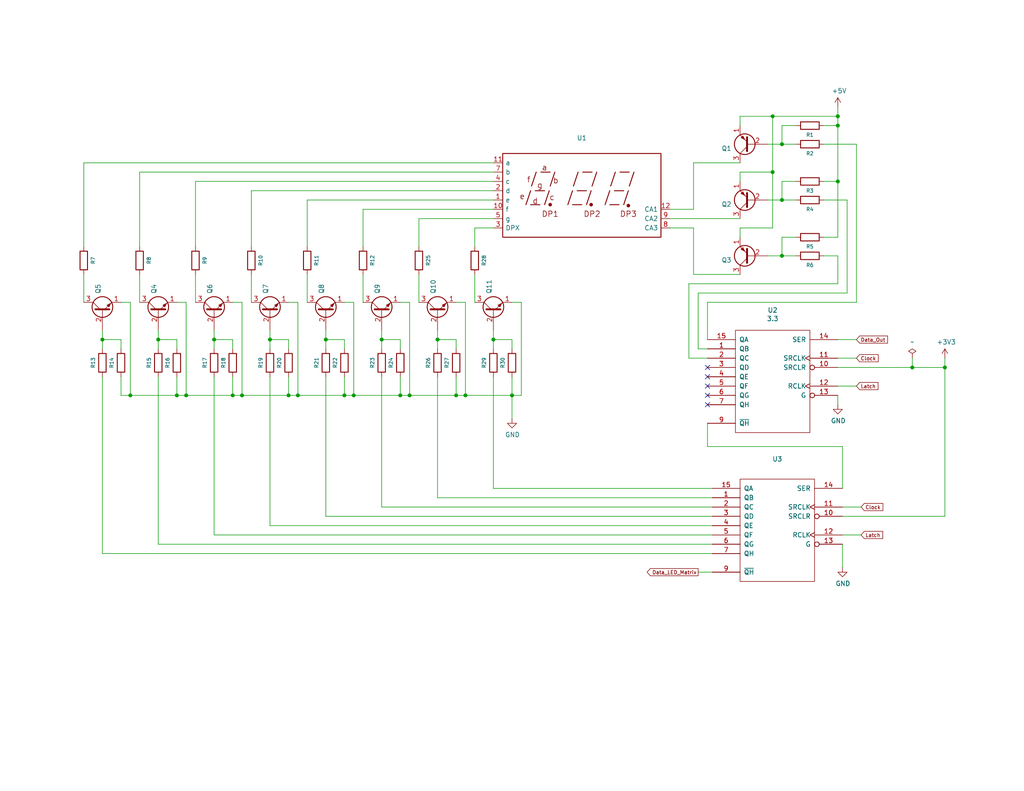
<source format=kicad_sch>
(kicad_sch (version 20211123) (generator eeschema)
  (paper "USLetter")
  (title_block (title "Drum Machine") (date "2018-06-15") (rev "V00") (company "Prototype Engineering Studio LLC"))
  (lib_symbols
    (symbol "Drum_Machine_V00-rescue:2N2219-transistors" (pin_names (offset 0) hide)
      (property "Reference" "Q" (at 5.08 1.905 0))
      (property "Value" "2N2219-transistors" (at 5.08 0 0))
      (symbol "2N2219-transistors_0_1"
        (polyline (pts (xy 0.635 0.635) (xy 2.54 2.54)))
        (polyline (pts (xy 0.635 -0.635) (xy 2.54 -2.54) (xy 2.54 -2.54)))
        (polyline (pts (xy 0.635 1.905) (xy 0.635 -1.905) (xy 0.635 -1.905)) (stroke (width 0.508)))
        (polyline (pts (xy 1.27 -1.778) (xy 1.778 -1.27) (xy 2.286 -2.286) (xy 1.27 -1.778) (xy 1.27 -1.778)) (fill (type outline)))
        (circle (center 1.27 0) (radius 2.8194) (stroke (width 0.254)))
      )
      (symbol "2N2219-transistors_1_1"
        (pin passive line (at 2.54 -5.08 90) (length 2.54) (name "E") (number "1"))
        (pin passive line (at -5.08 0 0) (length 5.715) (name "B") (number "2"))
        (pin passive line (at 2.54 5.08 270) (length 2.54) (name "C") (number "3"))
      )
    )
    (symbol "Drum_Machine_V00-rescue:2N3906-transistors" (pin_names (offset 0) hide)
      (property "Reference" "Q" (at 5.08 1.905 0))
      (property "Value" "2N3906-transistors" (at 5.08 0 0))
      (symbol "2N3906-transistors_0_1"
        (polyline (pts (xy 0.635 0.635) (xy 2.54 2.54)))
        (polyline (pts (xy 0.635 -0.635) (xy 2.54 -2.54) (xy 2.54 -2.54)))
        (polyline (pts (xy 0.635 1.905) (xy 0.635 -1.905) (xy 0.635 -1.905)) (stroke (width 0.508)))
        (polyline (pts (xy 2.286 -1.778) (xy 1.778 -2.286) (xy 1.27 -1.27) (xy 2.286 -1.778) (xy 2.286 -1.778)) (fill (type outline)))
        (circle (center 1.27 0) (radius 2.8194) (stroke (width 0.254)))
      )
      (symbol "2N3906-transistors_1_1"
        (pin passive line (at 2.54 -5.08 90) (length 2.54) (name "E") (number "1"))
        (pin input line (at -5.08 0 0) (length 5.715) (name "B") (number "2"))
        (pin passive line (at 2.54 5.08 270) (length 2.54) (name "C") (number "3"))
      )
    )
    (symbol "Drum_Machine_V00-rescue:74HC595-74xx" (pin_names (offset 1.016))
      (property "Reference" "U" (at 3.81 15.24 0))
      (property "Value" "74HC595-74xx" (at 0 -15.24 0))
      (symbol "74HC595-74xx_0_1"
        (rectangle (start -10.16 -13.97) (end 10.16 13.97))
      )
      (symbol "74HC595-74xx_1_1"
        (pin tri_state line (at 17.78 8.89 180) (length 7.62) (name "QB") (number "1"))
        (pin input inverted (at -17.78 3.81 0) (length 7.62) (name "SRCLR") (number "10"))
        (pin input clock (at -17.78 6.35 0) (length 7.62) (name "SRCLK") (number "11"))
        (pin input clock (at -17.78 -1.27 0) (length 7.62) (name "RCLK") (number "12"))
        (pin input inverted (at -17.78 -3.81 0) (length 7.62) (name "G") (number "13"))
        (pin input line (at -17.78 11.43 0) (length 7.62) (name "SER") (number "14"))
        (pin tri_state line (at 17.78 11.43 180) (length 7.62) (name "QA") (number "15"))
        (pin power_in line (at -7.62 13.97 270) (length 0) hide (name "VCC") (number "16"))
        (pin tri_state line (at 17.78 6.35 180) (length 7.62) (name "QC") (number "2"))
        (pin tri_state line (at 17.78 3.81 180) (length 7.62) (name "QD") (number "3"))
        (pin tri_state line (at 17.78 1.27 180) (length 7.62) (name "QE") (number "4"))
        (pin tri_state line (at 17.78 -1.27 180) (length 7.62) (name "QF") (number "5"))
        (pin tri_state line (at 17.78 -3.81 180) (length 7.62) (name "QG") (number "6"))
        (pin tri_state line (at 17.78 -6.35 180) (length 7.62) (name "QH") (number "7"))
        (pin power_in line (at -7.62 -13.97 90) (length 0) hide (name "GND") (number "8"))
        (pin output line (at 17.78 -11.43 180) (length 7.62) (name "~{QH}") (number "9"))
      )
    )
    (symbol "Drum_Machine_V00-rescue:R-device" (pin_numbers hide) (pin_names (offset 0))
      (property "Reference" "R" (at 2.032 0 90))
      (property "Value" "R-device" (at 0 0 90))
      (symbol "R-device_0_1"
        (rectangle (start -1.016 -2.54) (end 1.016 2.54) (stroke (width 0.254)))
      )
      (symbol "R-device_1_1"
        (pin passive line (at 0 3.81 270) (length 1.27) (name "~") (number "1"))
        (pin passive line (at 0 -3.81 90) (length 1.27) (name "~") (number "2"))
      )
    )
    (symbol "Drum_Machine_V00-rescue:TOT-5361BR-TOT-5361BR" (pin_names (offset 0.762))
      (property "Reference" "U" (at -20.32 11.43 0))
      (property "Value" "TOT-5361BR-TOT-5361BR" (at 23.114 11.43 0))
      (symbol "TOT-5361BR-TOT-5361BR_0_0"
        (rectangle (start -21.59 10.16) (end 21.59 -12.7) (stroke (width 0.254)))
        (polyline (pts (xy -15.24 -3.81) (xy -13.97 0)) (stroke (width 0.254)))
        (polyline (pts (xy -13.97 -3.81) (xy -11.43 -3.81)) (stroke (width 0.254)))
        (polyline (pts (xy -13.716 1.27) (xy -12.446 5.08)) (stroke (width 0.254)))
        (polyline (pts (xy -12.7 0) (xy -10.16 0)) (stroke (width 0.254)))
        (polyline (pts (xy -11.176 5.08) (xy -8.636 5.08)) (stroke (width 0.254)))
        (polyline (pts (xy -10.16 -3.81) (xy -8.89 0)) (stroke (width 0.254)))
        (polyline (pts (xy -8.636 1.27) (xy -7.366 5.08)) (stroke (width 0.254)))
        (polyline (pts (xy -3.81 -3.81) (xy -2.54 0)) (stroke (width 0.254)))
        (polyline (pts (xy -2.54 -3.81) (xy 0 -3.81)) (stroke (width 0.254)))
        (polyline (pts (xy -2.286 1.27) (xy -1.016 5.08)) (stroke (width 0.254)))
        (polyline (pts (xy -1.27 0) (xy 1.27 0)) (stroke (width 0.254)))
        (polyline (pts (xy 0.254 5.08) (xy 2.794 5.08)) (stroke (width 0.254)))
        (polyline (pts (xy 1.27 -3.81) (xy 2.54 0)) (stroke (width 0.254)))
        (polyline (pts (xy 2.794 1.27) (xy 4.064 5.08)) (stroke (width 0.254)))
        (polyline (pts (xy 6.35 -3.81) (xy 7.62 0)) (stroke (width 0.254)))
        (polyline (pts (xy 7.62 -3.81) (xy 10.16 -3.81)) (stroke (width 0.254)))
        (polyline (pts (xy 7.874 1.27) (xy 9.144 5.08)) (stroke (width 0.254)))
        (polyline (pts (xy 8.89 0) (xy 11.43 0)) (stroke (width 0.254)))
        (polyline (pts (xy 10.414 5.08) (xy 12.954 5.08)) (stroke (width 0.254)))
        (polyline (pts (xy 11.43 -3.81) (xy 12.7 0)) (stroke (width 0.254)))
        (polyline (pts (xy 12.954 1.27) (xy 14.224 5.08)) (stroke (width 0.254)))
        (text "a" (at -10.16 6.35 0) (effects (font (size 1.524 1.524))))
        (text "b" (at -7.112 2.794 0) (effects (font (size 1.524 1.524))))
        (text "c" (at -8.128 -1.778 0) (effects (font (size 1.524 1.524))))
        (text "d" (at -12.7 -2.794 0) (effects (font (size 1.524 1.524))))
        (text "DP1" (at -8.636 -6.35 0) (effects (font (size 1.524 1.524))))
        (text "DP2" (at 2.794 -6.35 0) (effects (font (size 1.524 1.524))))
        (text "DP3" (at 12.7 -6.35 0) (effects (font (size 1.524 1.524))))
        (text "e" (at -16.256 -1.524 0) (effects (font (size 1.524 1.524))))
        (text "f" (at -14.478 3.048 0) (effects (font (size 1.524 1.524))))
        (text "g" (at -11.43 1.524 0) (effects (font (size 1.524 1.524))))
      )
      (symbol "TOT-5361BR-TOT-5361BR_0_1"
        (circle (center -8.636 -3.81) (radius 0.3556) (stroke (width 0.254)) (fill (type outline)))
        (circle (center 2.54 -3.81) (radius 0.3556) (stroke (width 0.254)) (fill (type outline)))
      )
      (symbol "TOT-5361BR-TOT-5361BR_1_0"
        (circle (center 12.7 -4.064) (radius 0.3556) (stroke (width 0.254)) (fill (type outline)))
      )
      (symbol "TOT-5361BR-TOT-5361BR_1_1"
        (pin input line (at -24.13 -2.54 0) (length 2.54) (name "e") (number "1"))
        (pin input line (at -24.13 -5.08 0) (length 2.54) (name "f") (number "10"))
        (pin input line (at -24.13 7.62 0) (length 2.54) (name "a") (number "11"))
        (pin input line (at 24.13 -5.08 180) (length 2.54) (name "CA1") (number "12"))
        (pin input line (at -24.13 0 0) (length 2.54) (name "d") (number "2"))
        (pin input line (at -24.13 -10.16 0) (length 2.54) (name "DPX") (number "3"))
        (pin input line (at -24.13 2.54 0) (length 2.54) (name "c") (number "4"))
        (pin input line (at -24.13 -7.62 0) (length 2.54) (name "g") (number "5"))
        (pin input line (at -24.13 5.08 0) (length 2.54) (name "b") (number "7"))
        (pin input line (at 24.13 -10.16 180) (length 2.54) (name "CA3") (number "8"))
        (pin input line (at 24.13 -7.62 180) (length 2.54) (name "CA2") (number "9"))
      )
    )
    (symbol "power:+3V3" (power) (pin_names (offset 0))
      (property "Value" "+3V3" (at 0 3.556 0))
      (symbol "+3V3_0_1"
        (polyline (pts (xy -0.762 1.27) (xy 0 2.54)))
        (polyline (pts (xy 0 0) (xy 0 2.54)))
        (polyline (pts (xy 0 2.54) (xy 0.762 1.27)))
      )
      (symbol "+3V3_1_1"
        (pin power_in line (at 0 0 90) (length 0) hide (name "+3V3") (number "1"))
      )
    )
    (symbol "power:+5V" (power) (pin_names (offset 0))
      (property "Value" "+5V" (at 0 3.556 0))
      (symbol "+5V_0_1"
        (polyline (pts (xy -0.762 1.27) (xy 0 2.54)))
        (polyline (pts (xy 0 0) (xy 0 2.54)))
        (polyline (pts (xy 0 2.54) (xy 0.762 1.27)))
      )
      (symbol "+5V_1_1"
        (pin power_in line (at 0 0 90) (length 0) hide (name "+5V") (number "1"))
      )
    )
    (symbol "power:GND" (power) (pin_names (offset 0))
      (property "Value" "GND" (at 0 -3.81 0))
      (symbol "GND_0_1"
        (polyline (pts (xy 0 0) (xy 0 -1.27) (xy 1.27 -1.27) (xy 0 -2.54) (xy -1.27 -1.27) (xy 0 -1.27)))
      )
      (symbol "GND_1_1"
        (pin power_in line (at 0 0 270) (length 0) hide (name "GND") (number "1"))
      )
    )
    (symbol "power:PWR_FLAG" (power) (pin_numbers hide) (pin_names (offset 0) hide)
      (property "Value" "PWR_FLAG" (at 0 3.81 0))
      (symbol "PWR_FLAG_0_0"
        (pin power_out line (at 0 0 90) (length 0) (name "pwr") (number "1"))
      )
      (symbol "PWR_FLAG_0_1"
        (polyline (pts (xy 0 0) (xy 0 1.27) (xy -1.016 1.905) (xy 0 2.54) (xy 1.016 1.905) (xy 0 1.27)))
      )
    )
  )
  (junction (at 35.56 107.95))
  (junction (at 257.81 100.33))
  (junction (at 228.6 49.53))
  (junction (at 66.04 107.95))
  (junction (at 213.36 54.61))
  (junction (at 124.46 107.95))
  (junction (at 96.52 107.95))
  (junction (at 109.22 107.95))
  (junction (at 134.62 92.71))
  (junction (at 111.76 107.95))
  (junction (at 81.28 107.95))
  (junction (at 139.7 107.95))
  (junction (at 43.18 92.71))
  (junction (at 213.36 69.85))
  (junction (at 58.42 92.71))
  (junction (at 210.82 46.99))
  (junction (at 48.26 107.95))
  (junction (at 228.6 31.75))
  (junction (at 104.14 92.71))
  (junction (at 119.38 92.71))
  (junction (at 63.5 107.95))
  (junction (at 228.6 34.29))
  (junction (at 27.94 92.71))
  (junction (at 210.82 31.75))
  (junction (at 78.74 107.95))
  (junction (at 248.92 100.33))
  (junction (at 127 107.95))
  (junction (at 50.8 107.95))
  (junction (at 73.66 92.71))
  (junction (at 88.9 92.71))
  (junction (at 93.98 107.95))
  (junction (at 213.36 39.37))
  (no_connect (at 193.04 100.33))
  (no_connect (at 193.04 102.87))
  (no_connect (at 193.04 107.95))
  (no_connect (at 193.04 105.41))
  (no_connect (at 193.04 110.49))
  (wire (pts (xy 96.52 82.55) (xy 96.52 107.95)))
  (wire (pts (xy 88.9 140.97) (xy 88.9 102.87)))
  (wire (pts (xy 127 107.95) (xy 139.7 107.95)))
  (wire (pts (xy 109.22 82.55) (xy 111.76 82.55)))
  (wire (pts (xy 58.42 92.71) (xy 58.42 95.25)))
  (wire (pts (xy 231.14 80.01) (xy 190.5 80.01)))
  (wire (pts (xy 134.62 92.71) (xy 134.62 95.25)))
  (wire (pts (xy 53.34 49.53) (xy 53.34 67.31)))
  (wire (pts (xy 119.38 92.71) (xy 119.38 95.25)))
  (wire (pts (xy 201.93 34.29) (xy 201.93 31.75)))
  (wire (pts (xy 210.82 31.75) (xy 228.6 31.75)))
  (wire (pts (xy 78.74 107.95) (xy 81.28 107.95)))
  (wire (pts (xy 193.04 115.57) (xy 193.04 121.92)))
  (wire (pts (xy 187.96 77.47) (xy 187.96 97.79)))
  (wire (pts (xy 229.87 146.05) (xy 234.95 146.05)))
  (wire (pts (xy 194.31 151.13) (xy 27.94 151.13)))
  (wire (pts (xy 139.7 92.71) (xy 139.7 95.25)))
  (wire (pts (xy 22.86 74.93) (xy 22.86 82.55)))
  (wire (pts (xy 111.76 82.55) (xy 111.76 107.95)))
  (wire (pts (xy 38.1 74.93) (xy 38.1 82.55)))
  (wire (pts (xy 233.68 105.41) (xy 228.6 105.41)))
  (wire (pts (xy 43.18 92.71) (xy 43.18 95.25)))
  (wire (pts (xy 224.79 34.29) (xy 228.6 34.29)))
  (wire (pts (xy 193.04 121.92) (xy 229.87 121.92)))
  (wire (pts (xy 209.55 69.85) (xy 213.36 69.85)))
  (wire (pts (xy 68.58 74.93) (xy 68.58 82.55)))
  (wire (pts (xy 248.92 100.33) (xy 257.81 100.33)))
  (wire (pts (xy 119.38 92.71) (xy 124.46 92.71)))
  (wire (pts (xy 213.36 34.29) (xy 213.36 39.37)))
  (wire (pts (xy 81.28 107.95) (xy 93.98 107.95)))
  (wire (pts (xy 119.38 90.17) (xy 119.38 92.71)))
  (wire (pts (xy 114.3 67.31) (xy 114.3 59.69)))
  (wire (pts (xy 134.62 44.45) (xy 22.86 44.45)))
  (wire (pts (xy 58.42 92.71) (xy 63.5 92.71)))
  (wire (pts (xy 114.3 59.69) (xy 134.62 59.69)))
  (wire (pts (xy 43.18 92.71) (xy 48.26 92.71)))
  (wire (pts (xy 228.6 31.75) (xy 228.6 29.21)))
  (wire (pts (xy 63.5 102.87) (xy 63.5 107.95)))
  (wire (pts (xy 109.22 102.87) (xy 109.22 107.95)))
  (wire (pts (xy 257.81 140.97) (xy 257.81 100.33)))
  (wire (pts (xy 194.31 146.05) (xy 58.42 146.05)))
  (wire (pts (xy 35.56 107.95) (xy 48.26 107.95)))
  (wire (pts (xy 194.31 133.35) (xy 134.62 133.35)))
  (wire (pts (xy 96.52 107.95) (xy 109.22 107.95)))
  (wire (pts (xy 194.31 135.89) (xy 119.38 135.89)))
  (wire (pts (xy 93.98 102.87) (xy 93.98 107.95)))
  (wire (pts (xy 209.55 54.61) (xy 213.36 54.61)))
  (wire (pts (xy 190.5 80.01) (xy 190.5 95.25)))
  (wire (pts (xy 78.74 92.71) (xy 78.74 95.25)))
  (wire (pts (xy 124.46 102.87) (xy 124.46 107.95)))
  (wire (pts (xy 210.82 46.99) (xy 210.82 62.23)))
  (wire (pts (xy 213.36 34.29) (xy 217.17 34.29)))
  (wire (pts (xy 134.62 54.61) (xy 83.82 54.61)))
  (wire (pts (xy 48.26 107.95) (xy 50.8 107.95)))
  (wire (pts (xy 93.98 107.95) (xy 96.52 107.95)))
  (wire (pts (xy 213.36 49.53) (xy 213.36 54.61)))
  (wire (pts (xy 83.82 54.61) (xy 83.82 67.31)))
  (wire (pts (xy 63.5 92.71) (xy 63.5 95.25)))
  (wire (pts (xy 139.7 82.55) (xy 142.24 82.55)))
  (wire (pts (xy 66.04 82.55) (xy 66.04 107.95)))
  (wire (pts (xy 134.62 90.17) (xy 134.62 92.71)))
  (wire (pts (xy 229.87 148.59) (xy 229.87 154.94)))
  (wire (pts (xy 193.04 82.55) (xy 193.04 92.71)))
  (wire (pts (xy 217.17 69.85) (xy 213.36 69.85)))
  (wire (pts (xy 129.54 74.93) (xy 129.54 82.55)))
  (wire (pts (xy 73.66 92.71) (xy 78.74 92.71)))
  (wire (pts (xy 229.87 138.43) (xy 234.95 138.43)))
  (wire (pts (xy 134.62 92.71) (xy 139.7 92.71)))
  (wire (pts (xy 193.04 95.25) (xy 190.5 95.25)))
  (wire (pts (xy 111.76 107.95) (xy 124.46 107.95)))
  (wire (pts (xy 224.79 39.37) (xy 233.68 39.37)))
  (wire (pts (xy 189.23 62.23) (xy 189.23 74.93)))
  (wire (pts (xy 22.86 44.45) (xy 22.86 67.31)))
  (wire (pts (xy 124.46 92.71) (xy 124.46 95.25)))
  (wire (pts (xy 201.93 46.99) (xy 201.93 49.53)))
  (wire (pts (xy 104.14 92.71) (xy 104.14 95.25)))
  (wire (pts (xy 50.8 82.55) (xy 50.8 107.95)))
  (wire (pts (xy 93.98 82.55) (xy 96.52 82.55)))
  (wire (pts (xy 228.6 77.47) (xy 187.96 77.47)))
  (wire (pts (xy 88.9 92.71) (xy 88.9 95.25)))
  (wire (pts (xy 38.1 67.31) (xy 38.1 46.99)))
  (wire (pts (xy 193.04 82.55) (xy 233.68 82.55)))
  (wire (pts (xy 189.23 74.93) (xy 201.93 74.93)))
  (wire (pts (xy 48.26 82.55) (xy 50.8 82.55)))
  (wire (pts (xy 209.55 39.37) (xy 213.36 39.37)))
  (wire (pts (xy 210.82 62.23) (xy 201.93 62.23)))
  (wire (pts (xy 134.62 57.15) (xy 99.06 57.15)))
  (wire (pts (xy 194.31 143.51) (xy 73.66 143.51)))
  (wire (pts (xy 58.42 90.17) (xy 58.42 92.71)))
  (wire (pts (xy 99.06 74.93) (xy 99.06 82.55)))
  (wire (pts (xy 68.58 67.31) (xy 68.58 52.07)))
  (wire (pts (xy 194.31 156.21) (xy 190.5 156.21)))
  (wire (pts (xy 83.82 74.93) (xy 83.82 82.55)))
  (wire (pts (xy 35.56 82.55) (xy 35.56 107.95)))
  (wire (pts (xy 27.94 90.17) (xy 27.94 92.71)))
  (wire (pts (xy 63.5 82.55) (xy 66.04 82.55)))
  (wire (pts (xy 233.68 82.55) (xy 233.68 39.37)))
  (wire (pts (xy 124.46 107.95) (xy 127 107.95)))
  (wire (pts (xy 50.8 107.95) (xy 63.5 107.95)))
  (wire (pts (xy 27.94 92.71) (xy 33.02 92.71)))
  (wire (pts (xy 194.31 140.97) (xy 88.9 140.97)))
  (wire (pts (xy 43.18 148.59) (xy 43.18 102.87)))
  (wire (pts (xy 189.23 44.45) (xy 201.93 44.45)))
  (wire (pts (xy 66.04 107.95) (xy 78.74 107.95)))
  (wire (pts (xy 53.34 74.93) (xy 53.34 82.55)))
  (wire (pts (xy 139.7 107.95) (xy 139.7 102.87)))
  (wire (pts (xy 228.6 92.71) (xy 233.68 92.71)))
  (wire (pts (xy 33.02 102.87) (xy 33.02 107.95)))
  (wire (pts (xy 81.28 82.55) (xy 81.28 107.95)))
  (wire (pts (xy 88.9 90.17) (xy 88.9 92.71)))
  (wire (pts (xy 213.36 54.61) (xy 217.17 54.61)))
  (wire (pts (xy 109.22 92.71) (xy 109.22 95.25)))
  (wire (pts (xy 58.42 146.05) (xy 58.42 102.87)))
  (wire (pts (xy 48.26 92.71) (xy 48.26 95.25)))
  (wire (pts (xy 248.92 97.79) (xy 248.92 100.33)))
  (wire (pts (xy 210.82 31.75) (xy 210.82 46.99)))
  (wire (pts (xy 224.79 54.61) (xy 231.14 54.61)))
  (wire (pts (xy 194.31 138.43) (xy 104.14 138.43)))
  (wire (pts (xy 78.74 102.87) (xy 78.74 107.95)))
  (wire (pts (xy 228.6 100.33) (xy 248.92 100.33)))
  (wire (pts (xy 119.38 135.89) (xy 119.38 102.87)))
  (wire (pts (xy 104.14 90.17) (xy 104.14 92.71)))
  (wire (pts (xy 73.66 143.51) (xy 73.66 102.87)))
  (wire (pts (xy 38.1 46.99) (xy 134.62 46.99)))
  (wire (pts (xy 201.93 31.75) (xy 210.82 31.75)))
  (wire (pts (xy 129.54 62.23) (xy 134.62 62.23)))
  (wire (pts (xy 201.93 62.23) (xy 201.93 64.77)))
  (wire (pts (xy 224.79 49.53) (xy 228.6 49.53)))
  (wire (pts (xy 217.17 49.53) (xy 213.36 49.53)))
  (wire (pts (xy 139.7 107.95) (xy 139.7 114.3)))
  (wire (pts (xy 33.02 92.71) (xy 33.02 95.25)))
  (wire (pts (xy 228.6 107.95) (xy 228.6 110.49)))
  (wire (pts (xy 27.94 151.13) (xy 27.94 102.87)))
  (wire (pts (xy 224.79 64.77) (xy 228.6 64.77)))
  (wire (pts (xy 213.36 39.37) (xy 217.17 39.37)))
  (wire (pts (xy 27.94 92.71) (xy 27.94 95.25)))
  (wire (pts (xy 73.66 92.71) (xy 73.66 95.25)))
  (wire (pts (xy 213.36 64.77) (xy 213.36 69.85)))
  (wire (pts (xy 99.06 57.15) (xy 99.06 67.31)))
  (wire (pts (xy 224.79 69.85) (xy 228.6 69.85)))
  (wire (pts (xy 233.68 97.79) (xy 228.6 97.79)))
  (wire (pts (xy 228.6 49.53) (xy 228.6 64.77)))
  (wire (pts (xy 109.22 107.95) (xy 111.76 107.95)))
  (wire (pts (xy 187.96 97.79) (xy 193.04 97.79)))
  (wire (pts (xy 88.9 92.71) (xy 93.98 92.71)))
  (wire (pts (xy 257.81 100.33) (xy 257.81 97.79)))
  (wire (pts (xy 134.62 49.53) (xy 53.34 49.53)))
  (wire (pts (xy 124.46 82.55) (xy 127 82.55)))
  (wire (pts (xy 63.5 107.95) (xy 66.04 107.95)))
  (wire (pts (xy 229.87 121.92) (xy 229.87 133.35)))
  (wire (pts (xy 104.14 92.71) (xy 109.22 92.71)))
  (wire (pts (xy 129.54 67.31) (xy 129.54 62.23)))
  (wire (pts (xy 93.98 92.71) (xy 93.98 95.25)))
  (wire (pts (xy 33.02 82.55) (xy 35.56 82.55)))
  (wire (pts (xy 114.3 74.93) (xy 114.3 82.55)))
  (wire (pts (xy 189.23 57.15) (xy 189.23 44.45)))
  (wire (pts (xy 142.24 82.55) (xy 142.24 107.95)))
  (wire (pts (xy 182.88 59.69) (xy 201.93 59.69)))
  (wire (pts (xy 68.58 52.07) (xy 134.62 52.07)))
  (wire (pts (xy 134.62 133.35) (xy 134.62 102.87)))
  (wire (pts (xy 33.02 107.95) (xy 35.56 107.95)))
  (wire (pts (xy 194.31 148.59) (xy 43.18 148.59)))
  (wire (pts (xy 104.14 138.43) (xy 104.14 102.87)))
  (wire (pts (xy 231.14 80.01) (xy 231.14 54.61)))
  (wire (pts (xy 182.88 62.23) (xy 189.23 62.23)))
  (wire (pts (xy 73.66 90.17) (xy 73.66 92.71)))
  (wire (pts (xy 182.88 57.15) (xy 189.23 57.15)))
  (wire (pts (xy 127 82.55) (xy 127 107.95)))
  (wire (pts (xy 210.82 46.99) (xy 201.93 46.99)))
  (wire (pts (xy 48.26 102.87) (xy 48.26 107.95)))
  (wire (pts (xy 78.74 82.55) (xy 81.28 82.55)))
  (wire (pts (xy 142.24 107.95) (xy 139.7 107.95)))
  (wire (pts (xy 43.18 90.17) (xy 43.18 92.71)))
  (wire (pts (xy 228.6 34.29) (xy 228.6 31.75)))
  (wire (pts (xy 217.17 64.77) (xy 213.36 64.77)))
  (wire (pts (xy 229.87 140.97) (xy 257.81 140.97)))
  (wire (pts (xy 228.6 77.47) (xy 228.6 69.85)))
  (wire (pts (xy 228.6 34.29) (xy 228.6 49.53)))
  (global_label "Data_LED_Matrix" (shape output) (at 190.5 156.21 180) (effects (font (size 0.9906 0.9906))) (property "Intersheet References" "${INTERSHEET_REFS}" (effects hide)))
  (global_label "Data_Out" (shape input) (at 233.68 92.71 0) (effects (font (size 0.9906 0.9906))) (property "Intersheet References" "${INTERSHEET_REFS}" (effects hide)))
  (global_label "Clock" (shape input) (at 233.68 97.79 0) (effects (font (size 0.9906 0.9906))) (property "Intersheet References" "${INTERSHEET_REFS}" (effects hide)))
  (global_label "Clock" (shape input) (at 234.95 138.43 0) (effects (font (size 0.9906 0.9906))) (property "Intersheet References" "${INTERSHEET_REFS}" (effects hide)))
  (global_label "Latch" (shape input) (at 234.95 146.05 0) (effects (font (size 0.9906 0.9906))) (property "Intersheet References" "${INTERSHEET_REFS}" (effects hide)))
  (global_label "Latch" (shape input) (at 233.68 105.41 0) (effects (font (size 0.9906 0.9906))) (property "Intersheet References" "${INTERSHEET_REFS}" (effects hide)))
  (symbol (lib_id "Drum_Machine_V00-rescue:TOT-5361BR-TOT-5361BR") (at 158.75 52.07 0) (unit 1)
    (property "Reference" "U1" (at 158.75 37.6682 0))
    (property "Datasheet" "http://www.kingbright.com/attachments/file/psearch/000/00/00/CA56-12SYKWA(Ver.6A).pdf" (effects hide))
  )
  (symbol (lib_id "Drum_Machine_V00-rescue:2N3906-transistors") (at 204.47 39.37 180) (unit 1)
    (property "Reference" "Q1" (at 199.6186 40.5384 0) (effects (justify left)))
    (property "Datasheet" "https://www.fairchildsemi.com/datasheets/2N/2N3906.pdf" (effects hide))
  )
  (symbol (lib_id "Drum_Machine_V00-rescue:2N2219-transistors") (at 43.18 85.09 90) (unit 1)
    (property "Reference" "Q4" (at 42.0116 80.2386 0) (effects (justify left)))
    (property "Datasheet" "http://www.onsemi.com/pub_link/Collateral/2N2219-D.PDF" (effects hide))
  )
  (symbol (lib_id "Drum_Machine_V00-rescue:2N3906-transistors") (at 204.47 54.61 180) (unit 1)
    (property "Reference" "Q2" (at 199.6186 55.7784 0) (effects (justify left)))
    (property "Datasheet" "https://www.fairchildsemi.com/datasheets/2N/2N3906.pdf" (effects hide))
  )
  (symbol (lib_id "Drum_Machine_V00-rescue:2N3906-transistors") (at 204.47 69.85 180) (unit 1)
    (property "Reference" "Q3" (at 199.6186 71.0184 0) (effects (justify left)))
    (property "Datasheet" "https://www.fairchildsemi.com/datasheets/2N/2N3906.pdf" (effects hide))
  )
  (symbol (lib_id "Drum_Machine_V00-rescue:R-device") (at 124.46 99.06 180) (unit 1)
    (property "Reference" "R27" (at 121.92 99.06 90) (effects (font (size 0.9906 0.9906))))
  )
  (symbol (lib_id "Drum_Machine_V00-rescue:R-device") (at 119.38 99.06 180) (unit 1)
    (property "Reference" "R26" (at 116.84 99.06 90) (effects (font (size 0.9906 0.9906))))
  )
  (symbol (lib_id "Drum_Machine_V00-rescue:R-device") (at 220.98 64.77 90) (mirror x) (unit 1)
    (property "Reference" "R5" (at 220.98 67.31 90) (effects (font (size 0.9906 0.9906))))
  )
  (symbol (lib_id "Drum_Machine_V00-rescue:R-device") (at 220.98 69.85 90) (mirror x) (unit 1)
    (property "Reference" "R6" (at 220.98 72.39 90) (effects (font (size 0.9906 0.9906))))
  )
  (symbol (lib_id "Drum_Machine_V00-rescue:R-device") (at 220.98 49.53 90) (mirror x) (unit 1)
    (property "Reference" "R3" (at 220.98 52.07 90) (effects (font (size 0.9906 0.9906))))
  )
  (symbol (lib_id "Drum_Machine_V00-rescue:R-device") (at 220.98 54.61 90) (mirror x) (unit 1)
    (property "Reference" "R4" (at 220.98 57.15 90) (effects (font (size 0.9906 0.9906))))
  )
  (symbol (lib_id "Drum_Machine_V00-rescue:R-device") (at 220.98 34.29 90) (mirror x) (unit 1)
    (property "Reference" "R1" (at 220.98 36.83 90) (effects (font (size 0.9906 0.9906))))
  )
  (symbol (lib_id "Drum_Machine_V00-rescue:R-device") (at 220.98 39.37 90) (mirror x) (unit 1)
    (property "Reference" "R2" (at 220.98 41.91 90) (effects (font (size 0.9906 0.9906))))
  )
  (symbol (lib_id "Drum_Machine_V00-rescue:74HC595-74xx") (at 210.82 104.14 0) (mirror y) (unit 1)
    (property "Reference" "U2" (at 210.82 84.6836 0))
    (property "Datasheet" "74xx/74HC595.pdf" (effects hide))
    (property "Spice_Primitive" "V" (effects hide))
    (property "Spice_Model" "dc 3.3" (effects hide))
    (property "Spice_Netlist_Enabled" "N" (effects hide))
  )
  (symbol (lib_id "Drum_Machine_V00-rescue:74HC595-74xx") (at 212.09 144.78 0) (mirror y) (unit 1)
    (property "Reference" "U3" (at 212.09 125.3236 0))
    (property "Datasheet" "74xx/74HC595.pdf" (effects hide))
  )
  (symbol (lib_id "Drum_Machine_V00-rescue:2N2219-transistors") (at 58.42 85.09 90) (unit 1)
    (property "Reference" "Q6" (at 57.2516 80.2386 0) (effects (justify left)))
    (property "Datasheet" "http://www.onsemi.com/pub_link/Collateral/2N2219-D.PDF" (effects hide))
  )
  (symbol (lib_id "Drum_Machine_V00-rescue:R-device") (at 109.22 99.06 180) (unit 1)
    (property "Reference" "R24" (at 106.68 99.06 90) (effects (font (size 0.9906 0.9906))))
  )
  (symbol (lib_id "Drum_Machine_V00-rescue:R-device") (at 104.14 99.06 180) (unit 1)
    (property "Reference" "R23" (at 101.6 99.06 90) (effects (font (size 0.9906 0.9906))))
  )
  (symbol (lib_id "Drum_Machine_V00-rescue:2N2219-transistors") (at 73.66 85.09 90) (unit 1)
    (property "Reference" "Q7" (at 72.4916 80.2386 0) (effects (justify left)))
    (property "Datasheet" "http://www.onsemi.com/pub_link/Collateral/2N2219-D.PDF" (effects hide))
  )
  (symbol (lib_id "Drum_Machine_V00-rescue:R-device") (at 93.98 99.06 180) (unit 1)
    (property "Reference" "R22" (at 91.44 99.06 90) (effects (font (size 0.9906 0.9906))))
  )
  (symbol (lib_id "Drum_Machine_V00-rescue:R-device") (at 88.9 99.06 180) (unit 1)
    (property "Reference" "R21" (at 86.36 99.06 90) (effects (font (size 0.9906 0.9906))))
  )
  (symbol (lib_id "Drum_Machine_V00-rescue:2N2219-transistors") (at 88.9 85.09 90) (unit 1)
    (property "Reference" "Q8" (at 87.7316 80.2386 0) (effects (justify left)))
    (property "Datasheet" "http://www.onsemi.com/pub_link/Collateral/2N2219-D.PDF" (effects hide))
  )
  (symbol (lib_id "Drum_Machine_V00-rescue:R-device") (at 78.74 99.06 180) (unit 1)
    (property "Reference" "R20" (at 76.2 99.06 90) (effects (font (size 0.9906 0.9906))))
  )
  (symbol (lib_id "Drum_Machine_V00-rescue:R-device") (at 73.66 99.06 180) (unit 1)
    (property "Reference" "R19" (at 71.12 99.06 90) (effects (font (size 0.9906 0.9906))))
  )
  (symbol (lib_id "Drum_Machine_V00-rescue:2N2219-transistors") (at 104.14 85.09 90) (unit 1)
    (property "Reference" "Q9" (at 102.9716 80.2386 0) (effects (justify left)))
    (property "Datasheet" "http://www.onsemi.com/pub_link/Collateral/2N2219-D.PDF" (effects hide))
  )
  (symbol (lib_id "Drum_Machine_V00-rescue:R-device") (at 63.5 99.06 180) (unit 1)
    (property "Reference" "R18" (at 60.96 99.06 90) (effects (font (size 0.9906 0.9906))))
  )
  (symbol (lib_id "Drum_Machine_V00-rescue:R-device") (at 58.42 99.06 180) (unit 1)
    (property "Reference" "R17" (at 55.88 99.06 90) (effects (font (size 0.9906 0.9906))))
  )
  (symbol (lib_id "Drum_Machine_V00-rescue:2N2219-transistors") (at 119.38 85.09 90) (unit 1)
    (property "Reference" "Q10" (at 118.2116 80.2386 0) (effects (justify left)))
    (property "Datasheet" "http://www.onsemi.com/pub_link/Collateral/2N2219-D.PDF" (effects hide))
  )
  (symbol (lib_id "Drum_Machine_V00-rescue:R-device") (at 48.26 99.06 180) (unit 1)
    (property "Reference" "R16" (at 45.72 99.06 90) (effects (font (size 0.9906 0.9906))))
  )
  (symbol (lib_id "Drum_Machine_V00-rescue:R-device") (at 43.18 99.06 180) (unit 1)
    (property "Reference" "R15" (at 40.64 99.06 90) (effects (font (size 0.9906 0.9906))))
  )
  (symbol (lib_id "Drum_Machine_V00-rescue:2N2219-transistors") (at 27.94 85.09 90) (unit 1)
    (property "Reference" "Q5" (at 26.7716 80.2386 0) (effects (justify left)))
    (property "Datasheet" "http://www.onsemi.com/pub_link/Collateral/2N2219-D.PDF" (effects hide))
  )
  (symbol (lib_id "Drum_Machine_V00-rescue:R-device") (at 139.7 99.06 180) (unit 1)
    (property "Reference" "R30" (at 137.16 99.06 90) (effects (font (size 0.9906 0.9906))))
  )
  (symbol (lib_id "Drum_Machine_V00-rescue:R-device") (at 134.62 99.06 180) (unit 1)
    (property "Reference" "R29" (at 132.08 99.06 90) (effects (font (size 0.9906 0.9906))))
  )
  (symbol (lib_id "Drum_Machine_V00-rescue:R-device") (at 22.86 71.12 0) (mirror x) (unit 1)
    (property "Reference" "R7" (at 25.4 71.12 90) (effects (font (size 0.9906 0.9906))))
  )
  (symbol (lib_id "Drum_Machine_V00-rescue:2N2219-transistors") (at 134.62 85.09 90) (unit 1)
    (property "Reference" "Q11" (at 133.4516 80.2386 0) (effects (justify left)))
    (property "Datasheet" "http://www.onsemi.com/pub_link/Collateral/2N2219-D.PDF" (effects hide))
  )
  (symbol (lib_id "Drum_Machine_V00-rescue:R-device") (at 33.02 99.06 180) (unit 1)
    (property "Reference" "R14" (at 30.48 99.06 90) (effects (font (size 0.9906 0.9906))))
  )
  (symbol (lib_id "Drum_Machine_V00-rescue:R-device") (at 27.94 99.06 180) (unit 1)
    (property "Reference" "R13" (at 25.4 99.06 90) (effects (font (size 0.9906 0.9906))))
  )
  (symbol (lib_id "Drum_Machine_V00-rescue:R-device") (at 38.1 71.12 0) (mirror x) (unit 1)
    (property "Reference" "R8" (at 40.64 71.12 90) (effects (font (size 0.9906 0.9906))))
  )
  (symbol (lib_id "Drum_Machine_V00-rescue:R-device") (at 53.34 71.12 0) (mirror x) (unit 1)
    (property "Reference" "R9" (at 55.88 71.12 90) (effects (font (size 0.9906 0.9906))))
  )
  (symbol (lib_id "Drum_Machine_V00-rescue:R-device") (at 68.58 71.12 0) (mirror x) (unit 1)
    (property "Reference" "R10" (at 71.12 71.12 90) (effects (font (size 0.9906 0.9906))))
  )
  (symbol (lib_id "Drum_Machine_V00-rescue:R-device") (at 83.82 71.12 0) (mirror x) (unit 1)
    (property "Reference" "R11" (at 86.36 71.12 90) (effects (font (size 0.9906 0.9906))))
  )
  (symbol (lib_id "Drum_Machine_V00-rescue:R-device") (at 99.06 71.12 0) (mirror x) (unit 1)
    (property "Reference" "R12" (at 101.6 71.12 90) (effects (font (size 0.9906 0.9906))))
  )
  (symbol (lib_id "Drum_Machine_V00-rescue:R-device") (at 114.3 71.12 0) (mirror x) (unit 1)
    (property "Reference" "R25" (at 116.84 71.12 90) (effects (font (size 0.9906 0.9906))))
  )
  (symbol (lib_id "Drum_Machine_V00-rescue:R-device") (at 129.54 71.12 0) (mirror x) (unit 1)
    (property "Reference" "R28" (at 132.08 71.12 90) (effects (font (size 0.9906 0.9906))))
  )
  (symbol (lib_id "power:GND") (at 139.7 114.3 0) (unit 1)
    (property "Reference" "#PWR0101" (effects hide))
  )
  (symbol (lib_id "power:+5V") (at 228.6 29.21 0) (unit 1)
    (property "Reference" "#PWR0102" (effects hide))
  )
  (symbol (lib_id "power:PWR_FLAG") (at 248.92 97.79 0) (unit 1)
    (property "Reference" "#FLG0101" (effects hide))
  )
  (symbol (lib_id "power:+3V3") (at 257.81 97.79 0) (unit 1)
    (property "Reference" "#PWR0103" (effects hide))
  )
  (symbol (lib_id "power:GND") (at 228.6 110.49 0) (unit 1)
    (property "Reference" "#PWR0104" (effects hide))
  )
  (symbol (lib_id "power:GND") (at 229.87 154.94 0) (unit 1)
    (property "Reference" "#PWR0105" (effects hide))
  )
)
</source>
